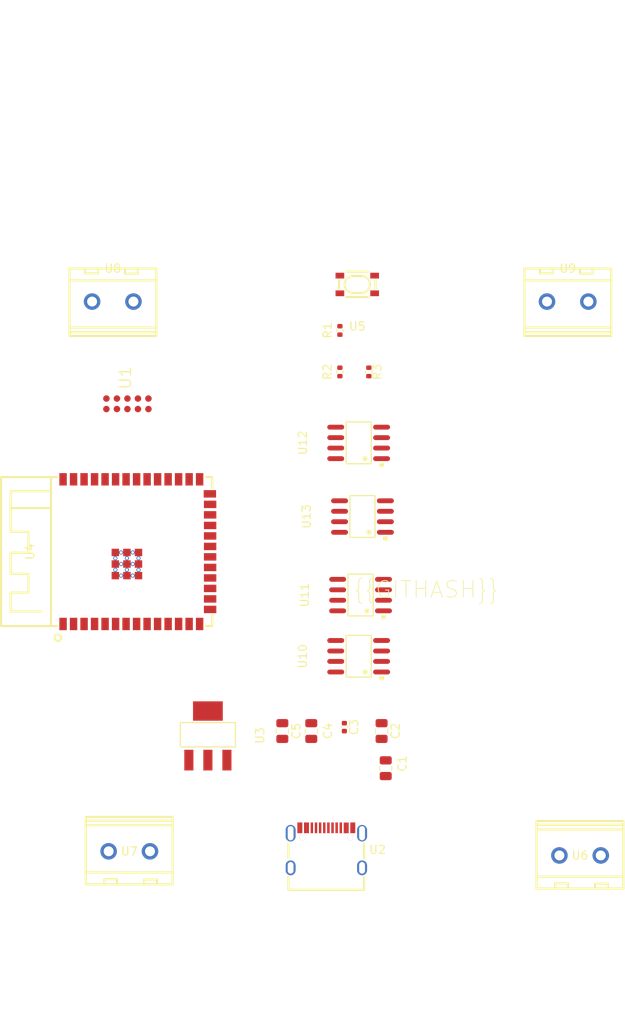
<source format=kicad_pcb>
(kicad_pcb (version 20240108) (generator "pcbnew") (generator_version "8.0")
  (layers (0 "F.Cu" signal) (31 "B.Cu" signal) (34 "B.Paste" user) (35 "F.Paste" user) (36 "B.SilkS" user "B.Silkscreen") (37 "F.SilkS" user "F.Silkscreen") (38 "B.Mask" user) (39 "F.Mask" user) (44 "Edge.Cuts" user))
  (net 0 "")
  (net 1 "io21")
  (net 2 "io10")
  (net 3 "io18")
  (net 4 "io46")
  (net 5 "tdi")
  (net 6 "gnd-1")
  (net 7 "rxd0")
  (net 8 "vcc-1")
  (net 9 "tck")
  (net 10 "io47")
  (net 11 "io0")
  (net 12 "txd0")
  (net 13 "io38")
  (net 14 "io6")
  (net 15 "io7")
  (net 16 "sck")
  (net 17 "io9")
  (net 18 "io1")
  (net 19 "micro.ic-cs-3")
  (net 20 "mosi")
  (net 21 "dp")
  (net 22 "micro.ic-cs-1")
  (net 23 "io3")
  (net 24 "io36")
  (net 25 "io2")
  (net 26 "tdo")
  (net 27 "io37")
  (net 28 "io48")
  (net 29 "io35")
  (net 30 "en")
  (net 31 "tms")
  (net 32 "io8")
  (net 33 "io14")
  (net 34 "dm")
  (net 35 "micro.ic-cs-2")
  (net 36 "io45")
  (net 37 "vcc")
  (net 38 "sub1")
  (net 39 "cc2")
  (net 40 "sub2")
  (net 41 "cc1")
  (net 42 "reset")
  (net 43 "connector3-_1")
  (net 44 "connector4-_1")
  (net 45 "io5")
  (net 46 "io4")
  (net 47 "micro.ic-cs")
  (net 48 "digi_pot1.pot-pw0")
  (net 49 "connector1-_1")
  (net 50 "digi_pot2.pot-pw0")
  (net 51 "connector2-_1")
  (net 52 "digi_pot3.pot-pw0")
  (net 53 "digi_pot4.pot-pw0")
  (footprint "lib:WIRELM-SMD_ESP32-S3-WROOM-1" (layer "F.Cu") (at 126.88 47.25 90)
    (property "Reference" "U4" (at 0 -12.89 90) (layer "F.SilkS"))
    (property "Value" "?")
    (fp_line (start 9 -16.39) (end -9 -16.39) (stroke (width 0.25)) (layer "F.SilkS"))
    (fp_line (start -9 -16.39) (end -9 -9.57) (stroke (width 0.25)) (layer "F.SilkS"))
    (fp_line (start 7.3 -15.23) (end 5.06 -15.23) (stroke (width 0.25)) (layer "F.SilkS"))
    (fp_line (start 5.27 -15.23) (end 2.41 -15.23) (stroke (width 0.25)) (layer "F.SilkS"))
    (fp_line (start 2.41 -15.23) (end 2.41 -13.08) (stroke (width 0.25)) (layer "F.SilkS"))
    (fp_line (start -0.13 -15.23) (end -2.67 -15.23) (stroke (width 0.25)) (layer "F.SilkS"))
    (fp_line (start -2.67 -15.23) (end -2.67 -13.08) (stroke (width 0.25)) (layer "F.SilkS"))
    (fp_line (start -4.95 -15.23) (end -7.24 -15.23) (stroke (width 0.25)) (layer "F.SilkS"))
    (fp_line (start -7.24 -15.23) (end -7.24 -11.55) (stroke (width 0.25)) (layer "F.SilkS"))
    (fp_line (start 2.41 -13.08) (end -0.13 -13.08) (stroke (width 0.25)) (layer "F.SilkS"))
    (fp_line (start -0.13 -13.08) (end -0.13 -15.23) (stroke (width 0.25)) (layer "F.SilkS"))
    (fp_line (start -2.67 -13.08) (end -4.95 -13.08) (stroke (width 0.25)) (layer "F.SilkS"))
    (fp_line (start -4.95 -13.08) (end -4.95 -15.23) (stroke (width 0.25)) (layer "F.SilkS"))
    (fp_line (start 7.3 -10.35) (end 7.3 -15.23) (stroke (width 0.25)) (layer "F.SilkS"))
    (fp_line (start 5.27 -10.35) (end 5.27 -15.23) (stroke (width 0.25)) (layer "F.SilkS"))
    (fp_line (start -9 -10.35) (end 9.02 -10.35) (stroke (width 0.25)) (layer "F.SilkS"))
    (fp_line (start 9.02 -9.57) (end 9.02 -16.38) (stroke (width 0.25)) (layer "F.SilkS"))
    (fp_line (start -9 8.3) (end -9 9.15) (stroke (width 0.25)) (layer "F.SilkS"))
    (fp_line (start 9.02 9.15) (end 9.02 8.3) (stroke (width 0.25)) (layer "F.SilkS"))
    (fp_line (start 7.67 9.15) (end 9.02 9.15) (stroke (width 0.25)) (layer "F.SilkS"))
    (fp_line (start -9 9.15) (end -7.67 9.15) (stroke (width 0.25)) (layer "F.SilkS"))
    (fp_circle (center -10.41 -9.52) (end -10.01 -9.52) (stroke (width 0.25)) (fill none) (layer "F.SilkS"))
    (pad "" thru_hole circle (at -2.9 -1.87 90) (size 0.5 0.5) (drill 0.3) (layers "*.Cu" "*.Paste" "*.Mask" "In1.Cu" "In2.Cu" "In3.Cu" "In4.Cu" "In5.Cu" "In6.Cu" "In7.Cu" "In8.Cu" "In9.Cu" "In10.Cu" "In11.Cu" "In12.Cu" "In13.Cu" "In14.Cu" "In15.Cu" "In16.Cu" "In17.Cu" "In18.Cu" "In19.Cu" "In20.Cu" "In21.Cu" "In22.Cu" "In23.Cu" "In24.Cu" "In25.Cu" "In26.Cu" "In27.Cu" "In28.Cu" "In29.Cu" "In30.Cu"))
    (pad "" thru_hole circle (at -2.9 -0.47 90) (size 0.5 0.5) (drill 0.3) (layers "*.Cu" "*.Paste" "*.Mask" "In1.Cu" "In2.Cu" "In3.Cu" "In4.Cu" "In5.Cu" "In6.Cu" "In7.Cu" "In8.Cu" "In9.Cu" "In10.Cu" "In11.Cu" "In12.Cu" "In13.Cu" "In14.Cu" "In15.Cu" "In16.Cu" "In17.Cu" "In18.Cu" "In19.Cu" "In20.Cu" "In21.Cu" "In22.Cu" "In23.Cu" "In24.Cu" "In25.Cu" "In26.Cu" "In27.Cu" "In28.Cu" "In29.Cu" "In30.Cu"))
    (pad "" thru_hole circle (at -2.2 -2.57 90) (size 0.5 0.5) (drill 0.3) (layers "*.Cu" "*.Paste" "*.Mask" "In1.Cu" "In2.Cu" "In3.Cu" "In4.Cu" "In5.Cu" "In6.Cu" "In7.Cu" "In8.Cu" "In9.Cu" "In10.Cu" "In11.Cu" "In12.Cu" "In13.Cu" "In14.Cu" "In15.Cu" "In16.Cu" "In17.Cu" "In18.Cu" "In19.Cu" "In20.Cu" "In21.Cu" "In22.Cu" "In23.Cu" "In24.Cu" "In25.Cu" "In26.Cu" "In27.Cu" "In28.Cu" "In29.Cu" "In30.Cu"))
    (pad "" thru_hole circle (at -2.2 -1.17 90) (size 0.5 0.5) (drill 0.3) (layers "*.Cu" "*.Paste" "*.Mask" "In1.Cu" "In2.Cu" "In3.Cu" "In4.Cu" "In5.Cu" "In6.Cu" "In7.Cu" "In8.Cu" "In9.Cu" "In10.Cu" "In11.Cu" "In12.Cu" "In13.Cu" "In14.Cu" "In15.Cu" "In16.Cu" "In17.Cu" "In18.Cu" "In19.Cu" "In20.Cu" "In21.Cu" "In22.Cu" "In23.Cu" "In24.Cu" "In25.Cu" "In26.Cu" "In27.Cu" "In28.Cu" "In29.Cu" "In30.Cu"))
    (pad "" thru_hole circle (at -2.2 0.23 90) (size 0.5 0.5) (drill 0.3) (layers "*.Cu" "*.Paste" "*.Mask" "In1.Cu" "In2.Cu" "In3.Cu" "In4.Cu" "In5.Cu" "In6.Cu" "In7.Cu" "In8.Cu" "In9.Cu" "In10.Cu" "In11.Cu" "In12.Cu" "In13.Cu" "In14.Cu" "In15.Cu" "In16.Cu" "In17.Cu" "In18.Cu" "In19.Cu" "In20.Cu" "In21.Cu" "In22.Cu" "In23.Cu" "In24.Cu" "In25.Cu" "In26.Cu" "In27.Cu" "In28.Cu" "In29.Cu" "In30.Cu"))
    (pad "" thru_hole circle (at -1.5 -1.87 90) (size 0.5 0.5) (drill 0.3) (layers "*.Cu" "*.Paste" "*.Mask" "In1.Cu" "In2.Cu" "In3.Cu" "In4.Cu" "In5.Cu" "In6.Cu" "In7.Cu" "In8.Cu" "In9.Cu" "In10.Cu" "In11.Cu" "In12.Cu" "In13.Cu" "In14.Cu" "In15.Cu" "In16.Cu" "In17.Cu" "In18.Cu" "In19.Cu" "In20.Cu" "In21.Cu" "In22.Cu" "In23.Cu" "In24.Cu" "In25.Cu" "In26.Cu" "In27.Cu" "In28.Cu" "In29.Cu" "In30.Cu"))
    (pad "" thru_hole circle (at -1.5 -0.47 90) (size 0.5 0.5) (drill 0.3) (layers "*.Cu" "*.Paste" "*.Mask" "In1.Cu" "In2.Cu" "In3.Cu" "In4.Cu" "In5.Cu" "In6.Cu" "In7.Cu" "In8.Cu" "In9.Cu" "In10.Cu" "In11.Cu" "In12.Cu" "In13.Cu" "In14.Cu" "In15.Cu" "In16.Cu" "In17.Cu" "In18.Cu" "In19.Cu" "In20.Cu" "In21.Cu" "In22.Cu" "In23.Cu" "In24.Cu" "In25.Cu" "In26.Cu" "In27.Cu" "In28.Cu" "In29.Cu" "In30.Cu"))
    (pad "" thru_hole circle (at -0.8 -2.57 90) (size 0.5 0.5) (drill 0.3) (layers "*.Cu" "*.Paste" "*.Mask" "In1.Cu" "In2.Cu" "In3.Cu" "In4.Cu" "In5.Cu" "In6.Cu" "In7.Cu" "In8.Cu" "In9.Cu" "In10.Cu" "In11.Cu" "In12.Cu" "In13.Cu" "In14.Cu" "In15.Cu" "In16.Cu" "In17.Cu" "In18.Cu" "In19.Cu" "In20.Cu" "In21.Cu" "In22.Cu" "In23.Cu" "In24.Cu" "In25.Cu" "In26.Cu" "In27.Cu" "In28.Cu" "In29.Cu" "In30.Cu"))
    (pad "" thru_hole circle (at -0.8 -1.17 90) (size 0.5 0.5) (drill 0.3) (layers "*.Cu" "*.Paste" "*.Mask" "In1.Cu" "In2.Cu" "In3.Cu" "In4.Cu" "In5.Cu" "In6.Cu" "In7.Cu" "In8.Cu" "In9.Cu" "In10.Cu" "In11.Cu" "In12.Cu" "In13.Cu" "In14.Cu" "In15.Cu" "In16.Cu" "In17.Cu" "In18.Cu" "In19.Cu" "In20.Cu" "In21.Cu" "In22.Cu" "In23.Cu" "In24.Cu" "In25.Cu" "In26.Cu" "In27.Cu" "In28.Cu" "In29.Cu" "In30.Cu"))
    (pad "" thru_hole circle (at -0.8 0.23 90) (size 0.5 0.5) (drill 0.3) (layers "*.Cu" "*.Paste" "*.Mask" "In1.Cu" "In2.Cu" "In3.Cu" "In4.Cu" "In5.Cu" "In6.Cu" "In7.Cu" "In8.Cu" "In9.Cu" "In10.Cu" "In11.Cu" "In12.Cu" "In13.Cu" "In14.Cu" "In15.Cu" "In16.Cu" "In17.Cu" "In18.Cu" "In19.Cu" "In20.Cu" "In21.Cu" "In22.Cu" "In23.Cu" "In24.Cu" "In25.Cu" "In26.Cu" "In27.Cu" "In28.Cu" "In29.Cu" "In30.Cu"))
    (pad "" thru_hole circle (at -0.1 -1.87 90) (size 0.5 0.5) (drill 0.3) (layers "*.Cu" "*.Paste" "*.Mask" "In1.Cu" "In2.Cu" "In3.Cu" "In4.Cu" "In5.Cu" "In6.Cu" "In7.Cu" "In8.Cu" "In9.Cu" "In10.Cu" "In11.Cu" "In12.Cu" "In13.Cu" "In14.Cu" "In15.Cu" "In16.Cu" "In17.Cu" "In18.Cu" "In19.Cu" "In20.Cu" "In21.Cu" "In22.Cu" "In23.Cu" "In24.Cu" "In25.Cu" "In26.Cu" "In27.Cu" "In28.Cu" "In29.Cu" "In30.Cu"))
    (pad "" thru_hole circle (at -0.1 -0.47 90) (size 0.5 0.5) (drill 0.3) (layers "*.Cu" "*.Paste" "*.Mask" "In1.Cu" "In2.Cu" "In3.Cu" "In4.Cu" "In5.Cu" "In6.Cu" "In7.Cu" "In8.Cu" "In9.Cu" "In10.Cu" "In11.Cu" "In12.Cu" "In13.Cu" "In14.Cu" "In15.Cu" "In16.Cu" "In17.Cu" "In18.Cu" "In19.Cu" "In20.Cu" "In21.Cu" "In22.Cu" "In23.Cu" "In24.Cu" "In25.Cu" "In26.Cu" "In27.Cu" "In28.Cu" "In29.Cu" "In30.Cu"))
    (pad "1" smd rect (at -8.75 -8.89 90) (size 1.5 0.9) (layers "F.Cu" "F.Paste" "F.Mask") (net 6 "gnd-1"))
    (pad "2" smd rect (at -8.75 -7.62 90) (size 1.5 0.9) (layers "F.Cu" "F.Paste" "F.Mask") (net 8 "vcc-1"))
    (pad "3" smd rect (at -8.75 -6.35 90) (size 1.5 0.9) (layers "F.Cu" "F.Paste" "F.Mask") (net 30 "en"))
    (pad "4" smd rect (at -8.75 -5.08 90) (size 1.5 0.9) (layers "F.Cu" "F.Paste" "F.Mask") (net 46 "io4"))
    (pad "5" smd rect (at -8.75 -3.81 90) (size 1.5 0.9) (layers "F.Cu" "F.Paste" "F.Mask") (net 45 "io5"))
    (pad "6" smd rect (at -8.75 -2.54 90) (size 1.5 0.9) (layers "F.Cu" "F.Paste" "F.Mask") (net 14 "io6"))
    (pad "7" smd rect (at -8.75 -1.27 90) (size 1.5 0.9) (layers "F.Cu" "F.Paste" "F.Mask") (net 15 "io7"))
    (pad "8" smd rect (at -8.75 0 90) (size 1.5 0.9) (layers "F.Cu" "F.Paste" "F.Mask") (net 19 "micro.ic-cs-3"))
    (pad "9" smd rect (at -8.75 1.27 90) (size 1.5 0.9) (layers "F.Cu" "F.Paste" "F.Mask") (net 35 "micro.ic-cs-2"))
    (pad "10" smd rect (at -8.75 2.54 90) (size 1.5 0.9) (layers "F.Cu" "F.Paste" "F.Mask") (net 22 "micro.ic-cs-1"))
    (pad "11" smd rect (at -8.75 3.81 90) (size 1.5 0.9) (layers "F.Cu" "F.Paste" "F.Mask") (net 3 "io18"))
    (pad "12" smd rect (at -8.75 5.08 90) (size 1.5 0.9) (layers "F.Cu" "F.Paste" "F.Mask") (net 32 "io8"))
    (pad "13" smd rect (at -8.75 6.35 90) (size 1.5 0.9) (layers "F.Cu" "F.Paste" "F.Mask") (net 34 "dm"))
    (pad "14" smd rect (at -8.75 7.62 90) (size 1.5 0.9) (layers "F.Cu" "F.Paste" "F.Mask") (net 21 "dp"))
    (pad "15" smd rect (at -6.99 8.89 180) (size 1.5 0.9) (layers "F.Cu" "F.Paste" "F.Mask") (net 23 "io3"))
    (pad "16" smd rect (at -5.72 8.89 180) (size 1.5 0.9) (layers "F.Cu" "F.Paste" "F.Mask") (net 4 "io46"))
    (pad "17" smd rect (at -4.45 8.89 180) (size 1.5 0.9) (layers "F.Cu" "F.Paste" "F.Mask") (net 17 "io9"))
    (pad "18" smd rect (at -3.18 8.89 180) (size 1.5 0.9) (layers "F.Cu" "F.Paste" "F.Mask") (net 2 "io10"))
    (pad "19" smd rect (at -1.91 8.89 180) (size 1.5 0.9) (layers "F.Cu" "F.Paste" "F.Mask") (net 47 "micro.ic-cs"))
    (pad "20" smd rect (at -0.63 8.89 180) (size 1.5 0.9) (layers "F.Cu" "F.Paste" "F.Mask") (net 16 "sck"))
    (pad "21" smd rect (at 0.63 8.89 180) (size 1.5 0.9) (layers "F.Cu" "F.Paste" "F.Mask") (net 20 "mosi"))
    (pad "22" smd rect (at 1.9 8.89 180) (size 1.5 0.9) (layers "F.Cu" "F.Paste" "F.Mask") (net 33 "io14"))
    (pad "23" smd rect (at 3.17 8.89 180) (size 1.5 0.9) (layers "F.Cu" "F.Paste" "F.Mask") (net 1 "io21"))
    (pad "24" smd rect (at 4.45 8.89 180) (size 1.5 0.9) (layers "F.Cu" "F.Paste" "F.Mask") (net 10 "io47"))
    (pad "25" smd rect (at 5.72 8.89 180) (size 1.5 0.9) (layers "F.Cu" "F.Paste" "F.Mask") (net 28 "io48"))
    (pad "26" smd rect (at 6.99 8.86 180) (size 1.5 0.9) (layers "F.Cu" "F.Paste" "F.Mask") (net 36 "io45"))
    (pad "27" smd rect (at 8.75 7.62 270) (size 1.5 0.9) (layers "F.Cu" "F.Paste" "F.Mask") (net 11 "io0"))
    (pad "28" smd rect (at 8.75 6.35 270) (size 1.5 0.9) (layers "F.Cu" "F.Paste" "F.Mask") (net 29 "io35"))
    (pad "29" smd rect (at 8.75 5.08 270) (size 1.5 0.9) (layers "F.Cu" "F.Paste" "F.Mask") (net 24 "io36"))
    (pad "30" smd rect (at 8.75 3.81 270) (size 1.5 0.9) (layers "F.Cu" "F.Paste" "F.Mask") (net 27 "io37"))
    (pad "31" smd rect (at 8.75 2.54 270) (size 1.5 0.9) (layers "F.Cu" "F.Paste" "F.Mask") (net 13 "io38"))
    (pad "32" smd rect (at 8.75 1.27 270) (size 1.5 0.9) (layers "F.Cu" "F.Paste" "F.Mask") (net 9 "tck"))
    (pad "33" smd rect (at 8.75 0 270) (size 1.5 0.9) (layers "F.Cu" "F.Paste" "F.Mask") (net 26 "tdo"))
    (pad "34" smd rect (at 8.75 -1.27 270) (size 1.5 0.9) (layers "F.Cu" "F.Paste" "F.Mask") (net 5 "tdi"))
    (pad "35" smd rect (at 8.75 -2.54 270) (size 1.5 0.9) (layers "F.Cu" "F.Paste" "F.Mask") (net 31 "tms"))
    (pad "36" smd rect (at 8.75 -3.81 270) (size 1.5 0.9) (layers "F.Cu" "F.Paste" "F.Mask") (net 7 "rxd0"))
    (pad "37" smd rect (at 8.75 -5.08 270) (size 1.5 0.9) (layers "F.Cu" "F.Paste" "F.Mask") (net 12 "txd0"))
    (pad "38" smd rect (at 8.75 -6.35 270) (size 1.5 0.9) (layers "F.Cu" "F.Paste" "F.Mask") (net 25 "io2"))
    (pad "39" smd rect (at 8.75 -7.62 270) (size 1.5 0.9) (layers "F.Cu" "F.Paste" "F.Mask") (net 18 "io1"))
    (pad "40" smd rect (at 8.75 -8.89 270) (size 1.5 0.9) (layers "F.Cu" "F.Paste" "F.Mask") (net 6 "gnd-1"))
    (pad "41" smd rect (at -2.9 -2.57 180) (size 0.9 0.9) (layers "F.Cu" "F.Paste" "F.Mask") (net 6 "gnd-1"))
    (pad "41" smd rect (at -2.9 -1.17 180) (size 0.9 0.9) (layers "F.Cu" "F.Paste" "F.Mask") (net 6 "gnd-1"))
    (pad "41" smd rect (at -2.9 0.23 180) (size 0.9 0.9) (layers "F.Cu" "F.Paste" "F.Mask") (net 6 "gnd-1"))
    (pad "41" smd rect (at -1.5 -2.57 180) (size 0.9 0.9) (layers "F.Cu" "F.Paste" "F.Mask") (net 6 "gnd-1"))
    (pad "41" smd rect (at -1.5 -1.17 180) (size 0.9 0.9) (layers "F.Cu" "F.Paste" "F.Mask") (net 6 "gnd-1"))
    (pad "41" smd rect (at -1.5 0.23 180) (size 0.9 0.9) (layers "F.Cu" "F.Paste" "F.Mask") (net 6 "gnd-1"))
    (pad "41" smd rect (at -0.1 -2.57 180) (size 0.9 0.9) (layers "F.Cu" "F.Paste" "F.Mask") (net 6 "gnd-1"))
    (pad "41" smd rect (at -0.1 -1.17 180) (size 0.9 0.9) (layers "F.Cu" "F.Paste" "F.Mask") (net 6 "gnd-1"))
    (pad "41" smd rect (at -0.1 0.23 180) (size 0.9 0.9) (layers "F.Cu" "F.Paste" "F.Mask") (net 6 "gnd-1"))
  )
  (footprint "lib:TAG-CONNECT_TC2050-IDC" (layer "F.Cu") (at 125.77 29.365)
    (property "Reference" "U1" (at -0.27 -3.135 90) (layer "F.SilkS") (effects (font (size 1.40248 1.40248))))
    (property "Value" "?")
    (pad "" np_thru_hole circle (at -3.81 0) (size 0.9906 0.9906) (drill 0.9906) (layers "*.Cu" "*.Mask" "In1.Cu" "In2.Cu" "In3.Cu" "In4.Cu" "In5.Cu" "In6.Cu" "In7.Cu" "In8.Cu" "In9.Cu" "In10.Cu" "In11.Cu" "In12.Cu" "In13.Cu" "In14.Cu" "In15.Cu" "In16.Cu" "In17.Cu" "In18.Cu" "In19.Cu" "In20.Cu" "In21.Cu" "In22.Cu" "In23.Cu" "In24.Cu" "In25.Cu" "In26.Cu" "In27.Cu" "In28.Cu" "In29.Cu" "In30.Cu"))
    (pad "" np_thru_hole circle (at 3.81 -1.015) (size 0.9906 0.9906) (drill 0.9906) (layers "*.Cu" "*.Mask" "In1.Cu" "In2.Cu" "In3.Cu" "In4.Cu" "In5.Cu" "In6.Cu" "In7.Cu" "In8.Cu" "In9.Cu" "In10.Cu" "In11.Cu" "In12.Cu" "In13.Cu" "In14.Cu" "In15.Cu" "In16.Cu" "In17.Cu" "In18.Cu" "In19.Cu" "In20.Cu" "In21.Cu" "In22.Cu" "In23.Cu" "In24.Cu" "In25.Cu" "In26.Cu" "In27.Cu" "In28.Cu" "In29.Cu" "In30.Cu"))
    (pad "" np_thru_hole circle (at 3.81 1.015) (size 0.9906 0.9906) (drill 0.9906) (layers "*.Cu" "*.Mask" "In1.Cu" "In2.Cu" "In3.Cu" "In4.Cu" "In5.Cu" "In6.Cu" "In7.Cu" "In8.Cu" "In9.Cu" "In10.Cu" "In11.Cu" "In12.Cu" "In13.Cu" "In14.Cu" "In15.Cu" "In16.Cu" "In17.Cu" "In18.Cu" "In19.Cu" "In20.Cu" "In21.Cu" "In22.Cu" "In23.Cu" "In24.Cu" "In25.Cu" "In26.Cu" "In27.Cu" "In28.Cu" "In29.Cu" "In30.Cu"))
    (pad "1" smd circle (at -2.54 0.635) (size 0.7874 0.7874) (layers "F.Cu" "F.Mask") (net 37 "vcc"))
    (pad "2" smd circle (at -1.27 0.635) (size 0.7874 0.7874) (layers "F.Cu" "F.Mask") (net 31 "tms"))
    (pad "3" smd circle (at 0 0.635) (size 0.7874 0.7874) (layers "F.Cu" "F.Mask") (net 6 "gnd-1"))
    (pad "4" smd circle (at 1.27 0.635) (size 0.7874 0.7874) (layers "F.Cu" "F.Mask") (net 9 "tck"))
    (pad "5" smd circle (at 2.54 0.635) (size 0.7874 0.7874) (layers "F.Cu" "F.Mask") (net 6 "gnd-1"))
    (pad "6" smd circle (at 2.54 -0.635 180) (size 0.7874 0.7874) (layers "F.Cu" "F.Mask") (net 26 "tdo"))
    (pad "7" smd circle (at 1.27 -0.635 180) (size 0.7874 0.7874) (layers "F.Cu" "F.Mask"))
    (pad "8" smd circle (at 0 -0.635 180) (size 0.7874 0.7874) (layers "F.Cu" "F.Mask") (net 5 "tdi"))
    (pad "9" smd circle (at -1.27 -0.635 180) (size 0.7874 0.7874) (layers "F.Cu" "F.Mask"))
    (pad "10" smd circle (at -2.54 -0.635 180) (size 0.7874 0.7874) (layers "F.Cu" "F.Mask") (net 42 "reset"))
  )
  (footprint "lib:KEY-SMD_4P-L4.2-W3.2-P2.20-LS4.6" (layer "F.Cu") (at 153.56 14.93 180)
    (property "Reference" "U5" (at 0 -5.07 360) (layer "F.SilkS"))
    (property "Value" "?")
    (fp_line (start 2.2 -0.54) (end 2.2 0.54) (stroke (width 0.25)) (layer "F.SilkS"))
    (fp_line (start 1.37 -1.52) (end -1.37 -1.52) (stroke (width 0.25)) (layer "F.SilkS"))
    (fp_line (start -0.51 1.02) (end 0.51 1.02) (stroke (width 0.25)) (layer "F.SilkS"))
    (fp_line (start -0.51 -1.02) (end 0.51 -1.02) (stroke (width 0.25)) (layer "F.SilkS"))
    (fp_line (start -1.38 1.55) (end 1.38 1.55) (stroke (width 0.25)) (layer "F.SilkS"))
    (fp_line (start -2.2 -0.54) (end -2.2 0.54) (stroke (width 0.25)) (layer "F.SilkS"))
    (fp_arc (start 0.51 -1.02) (mid 1.53 0) (end 0.51 1.02) (stroke (width 0.25)) (layer "F.SilkS"))
    (fp_arc (start -0.51 1.02) (mid -1.53 0) (end -0.51 -1.02) (stroke (width 0.25)) (layer "F.SilkS"))
    (pad "1" smd rect (at -2.1 -1.07 180) (size 1.05 0.7) (layers "F.Cu" "F.Paste" "F.Mask") (net 30 "en"))
    (pad "2" smd rect (at 2.1 -1.07 180) (size 1.05 0.7) (layers "F.Cu" "F.Paste" "F.Mask") (net 30 "en"))
    (pad "3" smd rect (at -2.1 1.07 180) (size 1.05 0.7) (layers "F.Cu" "F.Paste" "F.Mask") (net 6 "gnd-1"))
    (pad "4" smd rect (at 2.1 1.07 180) (size 1.05 0.7) (layers "F.Cu" "F.Paste" "F.Mask") (net 6 "gnd-1"))
  )
  (footprint "lib:SOIC-8_L4.9-W3.9-P1.27-LS6.0-BL" (layer "F.Cu") (at 153.73 34.09 90)
    (property "Reference" "U12" (at 0 -6.77 90) (layer "F.SilkS"))
    (property "Value" "?")
    (fp_line (start 2.53 -1.52) (end 2.53 1.52) (stroke (width 0.15)) (layer "F.SilkS"))
    (fp_line (start -2.53 -1.52) (end 2.53 -1.52) (stroke (width 0.15)) (layer "F.SilkS"))
    (fp_line (start 2.53 1.52) (end -2.53 1.52) (stroke (width 0.15)) (layer "F.SilkS"))
    (fp_line (start -2.53 1.52) (end -2.53 -1.52) (stroke (width 0.15)) (layer "F.SilkS"))
    (fp_circle (center -1.91 0.77) (end -1.76 0.77) (stroke (width 0.3)) (fill none) (layer "F.SilkS"))
    (fp_circle (center -2.65 2.77) (end -2.5 2.77) (stroke (width 0.3)) (fill none) (layer "F.SilkS"))
    (pad "1" smd oval (at -1.91 2.77 90) (size 0.59 2.05) (layers "F.Cu" "F.Paste" "F.Mask") (net 35 "micro.ic-cs-2"))
    (pad "2" smd oval (at -0.63 2.77 90) (size 0.59 2.05) (layers "F.Cu" "F.Paste" "F.Mask") (net 16 "sck"))
    (pad "3" smd oval (at 0.63 2.77 90) (size 0.59 2.05) (layers "F.Cu" "F.Paste" "F.Mask") (net 20 "mosi"))
    (pad "4" smd oval (at 1.9 2.77 90) (size 0.59 2.05) (layers "F.Cu" "F.Paste" "F.Mask") (net 6 "gnd-1"))
    (pad "5" smd oval (at 1.9 -2.77 90) (size 0.59 2.05) (layers "F.Cu" "F.Paste" "F.Mask") (net 8 "vcc-1"))
    (pad "6" smd oval (at 0.63 -2.77 90) (size 0.59 2.05) (layers "F.Cu" "F.Paste" "F.Mask") (net 52 "digi_pot3.pot-pw0"))
    (pad "7" smd oval (at -0.63 -2.77 90) (size 0.59 2.05) (layers "F.Cu" "F.Paste" "F.Mask") (net 43 "connector3-_1"))
    (pad "8" smd oval (at -1.91 -2.77 90) (size 0.59 2.05) (layers "F.Cu" "F.Paste" "F.Mask") (net 8 "vcc-1"))
  )
  (footprint "lib:R0402" (layer "F.Cu") (at 151.46 25.51 90)
    (property "Reference" "R2" (at 0.01 -1.5 90) (layer "F.SilkS"))
    (property "Value" "62.5mW Thick Film Resistors 50V ±100ppm/℃ ±1% 4.7kΩ 0402 Chip Resistor - Surface Mount ROHS")
    (fp_line (start -0.153641 -0.38) (end 0.153641 -0.38) (stroke (width 0.12)) (layer "F.SilkS"))
    (fp_line (start -0.153641 0.38) (end 0.153641 0.38) (stroke (width 0.12)) (layer "F.SilkS"))
    (pad "1" smd roundrect (at -0.51 0 90) (size 0.54 0.64) (layers "F.Cu" "F.Paste" "F.Mask") (net 39 "cc2"))
    (pad "2" smd roundrect (at 0.51 0 90) (size 0.54 0.64) (layers "F.Cu" "F.Paste" "F.Mask") (net 6 "gnd-1"))
  )
  (footprint "lib:SOIC-8_L4.9-W3.9-P1.27-LS6.0-BL" (layer "F.Cu") (at 153.73 59.9 90)
    (property "Reference" "U10" (at 0 -6.77 90) (layer "F.SilkS"))
    (property "Value" "?")
    (fp_line (start 2.53 -1.52) (end 2.53 1.52) (stroke (width 0.15)) (layer "F.SilkS"))
    (fp_line (start -2.53 -1.52) (end 2.53 -1.52) (stroke (width 0.15)) (layer "F.SilkS"))
    (fp_line (start 2.53 1.52) (end -2.53 1.52) (stroke (width 0.15)) (layer "F.SilkS"))
    (fp_line (start -2.53 1.52) (end -2.53 -1.52) (stroke (width 0.15)) (layer "F.SilkS"))
    (fp_circle (center -1.91 0.77) (end -1.76 0.77) (stroke (width 0.3)) (fill none) (layer "F.SilkS"))
    (fp_circle (center -2.65 2.77) (end -2.5 2.77) (stroke (width 0.3)) (fill none) (layer "F.SilkS"))
    (pad "1" smd oval (at -1.91 2.77 90) (size 0.59 2.05) (layers "F.Cu" "F.Paste" "F.Mask") (net 47 "micro.ic-cs"))
    (pad "2" smd oval (at -0.63 2.77 90) (size 0.59 2.05) (layers "F.Cu" "F.Paste" "F.Mask") (net 16 "sck"))
    (pad "3" smd oval (at 0.63 2.77 90) (size 0.59 2.05) (layers "F.Cu" "F.Paste" "F.Mask") (net 20 "mosi"))
    (pad "4" smd oval (at 1.9 2.77 90) (size 0.59 2.05) (layers "F.Cu" "F.Paste" "F.Mask") (net 6 "gnd-1"))
    (pad "5" smd oval (at 1.9 -2.77 90) (size 0.59 2.05) (layers "F.Cu" "F.Paste" "F.Mask") (net 8 "vcc-1"))
    (pad "6" smd oval (at 0.63 -2.77 90) (size 0.59 2.05) (layers "F.Cu" "F.Paste" "F.Mask") (net 48 "digi_pot1.pot-pw0"))
    (pad "7" smd oval (at -0.63 -2.77 90) (size 0.59 2.05) (layers "F.Cu" "F.Paste" "F.Mask") (net 49 "connector1-_1"))
    (pad "8" smd oval (at -1.91 -2.77 90) (size 0.59 2.05) (layers "F.Cu" "F.Paste" "F.Mask") (net 8 "vcc-1"))
  )
  (footprint "lib:C0805" (layer "F.Cu") (at 144.5 68.95 -90)
    (property "Reference" "C5" (at 0 -1.68 90) (layer "F.SilkS"))
    (property "Value" "25V 10uF X5R ±10% 0805 Multilayer Ceramic Capacitors MLCC - SMD/SMT ROHS")
    (fp_line (start -0.261252 0.735) (end 0.261252 0.735) (stroke (width 0.12)) (layer "F.SilkS"))
    (fp_line (start -0.261252 -0.735) (end 0.261252 -0.735) (stroke (width 0.12)) (layer "F.SilkS"))
    (pad "1" smd roundrect (at -0.95 0 270) (size 1 1.45) (layers "F.Cu" "F.Paste" "F.Mask") (net 8 "vcc-1"))
    (pad "2" smd roundrect (at 0.95 0 270) (size 1 1.45) (layers "F.Cu" "F.Paste" "F.Mask") (net 6 "gnd-1"))
  )
  (footprint "lib:CONN-TH_2P-P5.00_CPC3703CTR" (layer "F.Cu") (at 126 83.5 180)
    (property "Reference" "U7" (at 0 0 360) (layer "F.SilkS"))
    (property "Value" "?")
    (fp_line (start 5.27 -4) (end 5.27 4.1) (stroke (width 0.25)) (layer "F.SilkS"))
    (fp_line (start 3.01 -3.38) (end 3.01 -3.92) (stroke (width 0.25)) (layer "F.SilkS"))
    (fp_line (start 1.48 -3.38) (end 3.01 -3.38) (stroke (width 0.25)) (layer "F.SilkS"))
    (fp_line (start 1.48 -3.92) (end 1.48 -3.38) (stroke (width 0.25)) (layer "F.SilkS"))
    (fp_line (start -1.81 -3.41) (end -1.81 -3.95) (stroke (width 0.25)) (layer "F.SilkS"))
    (fp_line (start -3.34 -3.41) (end -1.81 -3.41) (stroke (width 0.25)) (layer "F.SilkS"))
    (fp_line (start -3.34 -3.95) (end -3.34 -3.41) (stroke (width 0.25)) (layer "F.SilkS"))
    (fp_line (start -5.23 4.16) (end 5.27 4.16) (stroke (width 0.25)) (layer "F.SilkS"))
    (fp_line (start -5.23 -4) (end -5.23 4.1) (stroke (width 0.25)) (layer "F.SilkS"))
    (fp_line (start -5.24 3.71) (end 5.26 3.71) (stroke (width 0.25)) (layer "F.SilkS"))
    (fp_line (start -5.24 3.14) (end 5.26 3.14) (stroke (width 0.25)) (layer "F.SilkS"))
    (fp_line (start -5.24 -2.56) (end 5.26 -2.56) (stroke (width 0.25)) (layer "F.SilkS"))
    (fp_line (start -5.24 -4) (end 5.26 -4) (stroke (width 0.25)) (layer "F.SilkS"))
    (pad "1" thru_hole circle (at -2.5 0 180) (size 2 2) (drill 1.199998) (layers "*.Cu" "*.Mask" "In1.Cu" "In2.Cu" "In3.Cu" "In4.Cu" "In5.Cu" "In6.Cu" "In7.Cu" "In8.Cu" "In9.Cu" "In10.Cu" "In11.Cu" "In12.Cu" "In13.Cu" "In14.Cu" "In15.Cu" "In16.Cu" "In17.Cu" "In18.Cu" "In19.Cu" "In20.Cu" "In21.Cu" "In22.Cu" "In23.Cu" "In24.Cu" "In25.Cu" "In26.Cu" "In27.Cu" "In28.Cu" "In29.Cu" "In30.Cu") (net 51 "connector2-_1"))
    (pad "2" thru_hole circle (at 2.5 0 180) (size 2 2) (drill 1.199998) (layers "*.Cu" "*.Mask" "In1.Cu" "In2.Cu" "In3.Cu" "In4.Cu" "In5.Cu" "In6.Cu" "In7.Cu" "In8.Cu" "In9.Cu" "In10.Cu" "In11.Cu" "In12.Cu" "In13.Cu" "In14.Cu" "In15.Cu" "In16.Cu" "In17.Cu" "In18.Cu" "In19.Cu" "In20.Cu" "In21.Cu" "In22.Cu" "In23.Cu" "In24.Cu" "In25.Cu" "In26.Cu" "In27.Cu" "In28.Cu" "In29.Cu" "In30.Cu") (net 6 "gnd-1"))
  )
  (footprint "lib:SOIC-8_L4.9-W3.9-P1.27-LS6.0-BL" (layer "F.Cu") (at 153.96 52.5 90)
    (property "Reference" "U11" (at 0 -6.77 90) (layer "F.SilkS"))
    (property "Value" "?")
    (fp_line (start 2.53 -1.52) (end 2.53 1.52) (stroke (width 0.15)) (layer "F.SilkS"))
    (fp_line (start -2.53 -1.52) (end 2.53 -1.52) (stroke (width 0.15)) (layer "F.SilkS"))
    (fp_line (start 2.53 1.52) (end -2.53 1.52) (stroke (width 0.15)) (layer "F.SilkS"))
    (fp_line (start -2.53 1.52) (end -2.53 -1.52) (stroke (width 0.15)) (layer "F.SilkS"))
    (fp_circle (center -1.91 0.77) (end -1.76 0.77) (stroke (width 0.3)) (fill none) (layer "F.SilkS"))
    (fp_circle (center -2.65 2.77) (end -2.5 2.77) (stroke (width 0.3)) (fill none) (layer "F.SilkS"))
    (pad "1" smd oval (at -1.91 2.77 90) (size 0.59 2.05) (layers "F.Cu" "F.Paste" "F.Mask") (net 19 "micro.ic-cs-3"))
    (pad "2" smd oval (at -0.63 2.77 90) (size 0.59 2.05) (layers "F.Cu" "F.Paste" "F.Mask") (net 16 "sck"))
    (pad "3" smd oval (at 0.63 2.77 90) (size 0.59 2.05) (layers "F.Cu" "F.Paste" "F.Mask") (net 20 "mosi"))
    (pad "4" smd oval (at 1.9 2.77 90) (size 0.59 2.05) (layers "F.Cu" "F.Paste" "F.Mask") (net 6 "gnd-1"))
    (pad "5" smd oval (at 1.9 -2.77 90) (size 0.59 2.05) (layers "F.Cu" "F.Paste" "F.Mask") (net 8 "vcc-1"))
    (pad "6" smd oval (at 0.63 -2.77 90) (size 0.59 2.05) (layers "F.Cu" "F.Paste" "F.Mask") (net 50 "digi_pot2.pot-pw0"))
    (pad "7" smd oval (at -0.63 -2.77 90) (size 0.59 2.05) (layers "F.Cu" "F.Paste" "F.Mask") (net 51 "connector2-_1"))
    (pad "8" smd oval (at -1.91 -2.77 90) (size 0.59 2.05) (layers "F.Cu" "F.Paste" "F.Mask") (net 8 "vcc-1"))
  )
  (footprint "lib:USB-C-SMD_KH-TYPE-C-16P" (layer "F.Cu") (at 149.82 83.08)
    (property "Reference" "U2" (at 6.18 0.23 0) (layer "F.SilkS"))
    (property "Value" "?")
    (fp_line (start -4.58 -0.57) (end -4.58 1.32) (stroke (width 0.25)) (layer "F.SilkS"))
    (fp_line (start -4.58 3.51) (end -4.58 5.08) (stroke (width 0.25)) (layer "F.SilkS"))
    (fp_line (start -4.58 5.08) (end 4.57 5.08) (stroke (width 0.25)) (layer "F.SilkS"))
    (fp_line (start 4.57 1.32) (end 4.57 -0.57) (stroke (width 0.25)) (layer "F.SilkS"))
    (fp_line (start 4.57 5.08) (end 4.57 3.51) (stroke (width 0.25)) (layer "F.SilkS"))
    (pad "" thru_hole circle (at -2.89 -1.23) (size 0.7 0.7) (drill 0.7) (layers "*.Cu" "*.Mask" "In1.Cu" "In2.Cu" "In3.Cu" "In4.Cu" "In5.Cu" "In6.Cu" "In7.Cu" "In8.Cu" "In9.Cu" "In10.Cu" "In11.Cu" "In12.Cu" "In13.Cu" "In14.Cu" "In15.Cu" "In16.Cu" "In17.Cu" "In18.Cu" "In19.Cu" "In20.Cu" "In21.Cu" "In22.Cu" "In23.Cu" "In24.Cu" "In25.Cu" "In26.Cu" "In27.Cu" "In28.Cu" "In29.Cu" "In30.Cu"))
    (pad "" thru_hole circle (at 2.89 -1.23) (size 0.7 0.7) (drill 0.7) (layers "*.Cu" "*.Mask" "In1.Cu" "In2.Cu" "In3.Cu" "In4.Cu" "In5.Cu" "In6.Cu" "In7.Cu" "In8.Cu" "In9.Cu" "In10.Cu" "In11.Cu" "In12.Cu" "In13.Cu" "In14.Cu" "In15.Cu" "In16.Cu" "In17.Cu" "In18.Cu" "In19.Cu" "In20.Cu" "In21.Cu" "In22.Cu" "In23.Cu" "In24.Cu" "In25.Cu" "In26.Cu" "In27.Cu" "In28.Cu" "In29.Cu" "In30.Cu"))
    (pad "1" thru_hole oval (at -4.32 -1.77) (size 1.2 2) (drill oval 0.700024 1.699997) (layers "*.Cu" "*.Mask" "In1.Cu" "In2.Cu" "In3.Cu" "In4.Cu" "In5.Cu" "In6.Cu" "In7.Cu" "In8.Cu" "In9.Cu" "In10.Cu" "In11.Cu" "In12.Cu" "In13.Cu" "In14.Cu" "In15.Cu" "In16.Cu" "In17.Cu" "In18.Cu" "In19.Cu" "In20.Cu" "In21.Cu" "In22.Cu" "In23.Cu" "In24.Cu" "In25.Cu" "In26.Cu" "In27.Cu" "In28.Cu" "In29.Cu" "In30.Cu") (net 6 "gnd-1"))
    (pad "2" thru_hole oval (at 4.32 -1.77) (size 1.2 2) (drill oval 0.700024 1.699997) (layers "*.Cu" "*.Mask" "In1.Cu" "In2.Cu" "In3.Cu" "In4.Cu" "In5.Cu" "In6.Cu" "In7.Cu" "In8.Cu" "In9.Cu" "In10.Cu" "In11.Cu" "In12.Cu" "In13.Cu" "In14.Cu" "In15.Cu" "In16.Cu" "In17.Cu" "In18.Cu" "In19.Cu" "In20.Cu" "In21.Cu" "In22.Cu" "In23.Cu" "In24.Cu" "In25.Cu" "In26.Cu" "In27.Cu" "In28.Cu" "In29.Cu" "In30.Cu") (net 6 "gnd-1"))
    (pad "3" thru_hole oval (at -4.32 2.42) (size 1.2 1.8) (drill oval 0.700024 1.399997) (layers "*.Cu" "*.Mask" "In1.Cu" "In2.Cu" "In3.Cu" "In4.Cu" "In5.Cu" "In6.Cu" "In7.Cu" "In8.Cu" "In9.Cu" "In10.Cu" "In11.Cu" "In12.Cu" "In13.Cu" "In14.Cu" "In15.Cu" "In16.Cu" "In17.Cu" "In18.Cu" "In19.Cu" "In20.Cu" "In21.Cu" "In22.Cu" "In23.Cu" "In24.Cu" "In25.Cu" "In26.Cu" "In27.Cu" "In28.Cu" "In29.Cu" "In30.Cu") (net 6 "gnd-1"))
    (pad "4" thru_hole oval (at 4.32 2.42) (size 1.2 1.8) (drill oval 0.700024 1.399997) (layers "*.Cu" "*.Mask" "In1.Cu" "In2.Cu" "In3.Cu" "In4.Cu" "In5.Cu" "In6.Cu" "In7.Cu" "In8.Cu" "In9.Cu" "In10.Cu" "In11.Cu" "In12.Cu" "In13.Cu" "In14.Cu" "In15.Cu" "In16.Cu" "In17.Cu" "In18.Cu" "In19.Cu" "In20.Cu" "In21.Cu" "In22.Cu" "In23.Cu" "In24.Cu" "In25.Cu" "In26.Cu" "In27.Cu" "In28.Cu" "In29.Cu" "In30.Cu") (net 6 "gnd-1"))
    (pad "A1" smd rect (at -3.35 -2.42) (size 0.3 1.3) (layers "F.Cu" "F.Paste" "F.Mask") (net 6 "gnd-1"))
    (pad "A4" smd rect (at -2.55 -2.42) (size 0.3 1.3) (layers "F.Cu" "F.Paste" "F.Mask") (net 37 "vcc"))
    (pad "A5" smd rect (at -1.25 -2.42) (size 0.3 1.3) (layers "F.Cu" "F.Paste" "F.Mask") (net 41 "cc1"))
    (pad "A6" smd rect (at -0.25 -2.42) (size 0.3 1.3) (layers "F.Cu" "F.Paste" "F.Mask") (net 21 "dp"))
    (pad "A7" smd rect (at 0.25 -2.42) (size 0.3 1.3) (layers "F.Cu" "F.Paste" "F.Mask") (net 34 "dm"))
    (pad "A8" smd rect (at 1.25 -2.42) (size 0.3 1.3) (layers "F.Cu" "F.Paste" "F.Mask") (net 38 "sub1"))
    (pad "A9" smd rect (at 2.55 -2.41) (size 0.3 1.3) (layers "F.Cu" "F.Paste" "F.Mask") (net 37 "vcc"))
    (pad "A12" smd rect (at 3.35 -2.42) (size 0.3 1.3) (layers "F.Cu" "F.Paste" "F.Mask") (net 6 "gnd-1"))
    (pad "B1" smd rect (at 3.05 -2.42) (size 0.3 1.3) (layers "F.Cu" "F.Paste" "F.Mask") (net 6 "gnd-1"))
    (pad "B4" smd rect (at 2.25 -2.41) (size 0.3 1.3) (layers "F.Cu" "F.Paste" "F.Mask") (net 37 "vcc"))
    (pad "B5" smd rect (at 1.75 -2.42) (size 0.3 1.3) (layers "F.Cu" "F.Paste" "F.Mask") (net 39 "cc2"))
    (pad "B6" smd rect (at 0.75 -2.42) (size 0.3 1.3) (layers "F.Cu" "F.Paste" "F.Mask") (net 21 "dp"))
    (pad "B7" smd rect (at -0.75 -2.42) (size 0.3 1.3) (layers "F.Cu" "F.Paste" "F.Mask") (net 34 "dm"))
    (pad "B8" smd rect (at -1.75 -2.42) (size 0.3 1.3) (layers "F.Cu" "F.Paste" "F.Mask") (net 40 "sub2"))
    (pad "B9" smd rect (at -2.25 -2.42) (size 0.3 1.3) (layers "F.Cu" "F.Paste" "F.Mask") (net 37 "vcc"))
    (pad "B12" smd rect (at -3.05 -2.42) (size 0.3 1.3) (layers "F.Cu" "F.Paste" "F.Mask") (net 6 "gnd-1"))
  )
  (footprint "lib:CONN-TH_2P-P5.00_CPC3703CTR" (layer "F.Cu") (at 124 17)
    (property "Reference" "U8" (at 0 -4 360) (layer "F.SilkS"))
    (property "Value" "?")
    (fp_line (start -5.24 -4) (end 5.26 -4) (stroke (width 0.25)) (layer "F.SilkS"))
    (fp_line (start -5.24 -2.56) (end 5.26 -2.56) (stroke (width 0.25)) (layer "F.SilkS"))
    (fp_line (start -5.24 3.14) (end 5.26 3.14) (stroke (width 0.25)) (layer "F.SilkS"))
    (fp_line (start -5.24 3.71) (end 5.26 3.71) (stroke (width 0.25)) (layer "F.SilkS"))
    (fp_line (start -5.23 -4) (end -5.23 4.1) (stroke (width 0.25)) (layer "F.SilkS"))
    (fp_line (start -5.23 4.16) (end 5.27 4.16) (stroke (width 0.25)) (layer "F.SilkS"))
    (fp_line (start -3.34 -3.95) (end -3.34 -3.41) (stroke (width 0.25)) (layer "F.SilkS"))
    (fp_line (start -3.34 -3.41) (end -1.81 -3.41) (stroke (width 0.25)) (layer "F.SilkS"))
    (fp_line (start -1.81 -3.41) (end -1.81 -3.95) (stroke (width 0.25)) (layer "F.SilkS"))
    (fp_line (start 1.48 -3.92) (end 1.48 -3.38) (stroke (width 0.25)) (layer "F.SilkS"))
    (fp_line (start 1.48 -3.38) (end 3.01 -3.38) (stroke (width 0.25)) (layer "F.SilkS"))
    (fp_line (start 3.01 -3.38) (end 3.01 -3.92) (stroke (width 0.25)) (layer "F.SilkS"))
    (fp_line (start 5.27 -4) (end 5.27 4.1) (stroke (width 0.25)) (layer "F.SilkS"))
    (pad "1" thru_hole circle (at -2.5 0) (size 2 2) (drill 1.199998) (layers "*.Cu" "*.Mask" "In1.Cu" "In2.Cu" "In3.Cu" "In4.Cu" "In5.Cu" "In6.Cu" "In7.Cu" "In8.Cu" "In9.Cu" "In10.Cu" "In11.Cu" "In12.Cu" "In13.Cu" "In14.Cu" "In15.Cu" "In16.Cu" "In17.Cu" "In18.Cu" "In19.Cu" "In20.Cu" "In21.Cu" "In22.Cu" "In23.Cu" "In24.Cu" "In25.Cu" "In26.Cu" "In27.Cu" "In28.Cu" "In29.Cu" "In30.Cu") (net 43 "connector3-_1"))
    (pad "2" thru_hole circle (at 2.5 0) (size 2 2) (drill 1.199998) (layers "*.Cu" "*.Mask" "In1.Cu" "In2.Cu" "In3.Cu" "In4.Cu" "In5.Cu" "In6.Cu" "In7.Cu" "In8.Cu" "In9.Cu" "In10.Cu" "In11.Cu" "In12.Cu" "In13.Cu" "In14.Cu" "In15.Cu" "In16.Cu" "In17.Cu" "In18.Cu" "In19.Cu" "In20.Cu" "In21.Cu" "In22.Cu" "In23.Cu" "In24.Cu" "In25.Cu" "In26.Cu" "In27.Cu" "In28.Cu" "In29.Cu" "In30.Cu") (net 6 "gnd-1"))
  )
  (footprint "lib:C0805" (layer "F.Cu") (at 156.5 68.95 -90)
    (property "Reference" "C2" (at 0 -1.68 90) (layer "F.SilkS"))
    (property "Value" "25V 10uF X5R ±10% 0805 Multilayer Ceramic Capacitors MLCC - SMD/SMT ROHS")
    (fp_line (start -0.261252 0.735) (end 0.261252 0.735) (stroke (width 0.12)) (layer "F.SilkS"))
    (fp_line (start -0.261252 -0.735) (end 0.261252 -0.735) (stroke (width 0.12)) (layer "F.SilkS"))
    (pad "1" smd roundrect (at -0.95 0 270) (size 1 1.45) (layers "F.Cu" "F.Paste" "F.Mask") (net 8 "vcc-1"))
    (pad "2" smd roundrect (at 0.95 0 270) (size 1 1.45) (layers "F.Cu" "F.Paste" "F.Mask") (net 6 "gnd-1"))
  )
  (footprint "lib:R0402" (layer "F.Cu") (at 151.46 20.49 90)
    (property "Reference" "R1" (at 0.01 -1.5 90) (layer "F.SilkS"))
    (property "Value" "62.5mW Thick Film Resistors 50V ±100ppm/℃ ±1% 4.7kΩ 0402 Chip Resistor - Surface Mount ROHS")
    (fp_line (start -0.153641 -0.38) (end 0.153641 -0.38) (stroke (width 0.12)) (layer "F.SilkS"))
    (fp_line (start -0.153641 0.38) (end 0.153641 0.38) (stroke (width 0.12)) (layer "F.SilkS"))
    (pad "1" smd roundrect (at -0.51 0 90) (size 0.54 0.64) (layers "F.Cu" "F.Paste" "F.Mask") (net 41 "cc1"))
    (pad "2" smd roundrect (at 0.51 0 90) (size 0.54 0.64) (layers "F.Cu" "F.Paste" "F.Mask") (net 6 "gnd-1"))
  )
  (footprint "lib:SOIC-8_L4.9-W3.9-P1.27-LS6.0-BL" (layer "F.Cu") (at 154.19 43 90)
    (property "Reference" "U13" (at 0 -6.77 90) (layer "F.SilkS"))
    (property "Value" "?")
    (fp_line (start 2.53 -1.52) (end 2.53 1.52) (stroke (width 0.15)) (layer "F.SilkS"))
    (fp_line (start -2.53 -1.52) (end 2.53 -1.52) (stroke (width 0.15)) (layer "F.SilkS"))
    (fp_line (start 2.53 1.52) (end -2.53 1.52) (stroke (width 0.15)) (layer "F.SilkS"))
    (fp_line (start -2.53 1.52) (end -2.53 -1.52) (stroke (width 0.15)) (layer "F.SilkS"))
    (fp_circle (center -1.91 0.77) (end -1.76 0.77) (stroke (width 0.3)) (fill none) (layer "F.SilkS"))
    (fp_circle (center -2.65 2.77) (end -2.5 2.77) (stroke (width 0.3)) (fill none) (layer "F.SilkS"))
    (pad "1" smd oval (at -1.91 2.77 90) (size 0.59 2.05) (layers "F.Cu" "F.Paste" "F.Mask") (net 22 "micro.ic-cs-1"))
    (pad "2" smd oval (at -0.63 2.77 90) (size 0.59 2.05) (layers "F.Cu" "F.Paste" "F.Mask") (net 16 "sck"))
    (pad "3" smd oval (at 0.63 2.77 90) (size 0.59 2.05) (layers "F.Cu" "F.Paste" "F.Mask") (net 20 "mosi"))
    (pad "4" smd oval (at 1.9 2.77 90) (size 0.59 2.05) (layers "F.Cu" "F.Paste" "F.Mask") (net 6 "gnd-1"))
    (pad "5" smd oval (at 1.9 -2.77 90) (size 0.59 2.05) (layers "F.Cu" "F.Paste" "F.Mask") (net 8 "vcc-1"))
    (pad "6" smd oval (at 0.63 -2.77 90) (size 0.59 2.05) (layers "F.Cu" "F.Paste" "F.Mask") (net 53 "digi_pot4.pot-pw0"))
    (pad "7" smd oval (at -0.63 -2.77 90) (size 0.59 2.05) (layers "F.Cu" "F.Paste" "F.Mask") (net 44 "connector4-_1"))
    (pad "8" smd oval (at -1.91 -2.77 90) (size 0.59 2.05) (layers "F.Cu" "F.Paste" "F.Mask") (net 8 "vcc-1"))
  )
  (footprint "lib:SOT-223-3_L6.5-W3.4-P2.30-LS7.0-BR" (layer "F.Cu") (at 135.5 69.5 -90)
    (property "Reference" "U3" (at 0 -6.3 90) (layer "F.SilkS"))
    (property "Value" "?")
    (fp_line (start -1.57 3.33) (end -1.57 -3.33) (stroke (width 0.15)) (layer "F.SilkS"))
    (fp_line (start 1.37 3.33) (end -1.57 3.33) (stroke (width 0.15)) (layer "F.SilkS"))
    (fp_line (start -1.57 -3.33) (end 1.37 -3.33) (stroke (width 0.15)) (layer "F.SilkS"))
    (fp_line (start 1.37 -3.33) (end 1.37 3.33) (stroke (width 0.15)) (layer "F.SilkS"))
    (pad "1" smd rect (at 2.97 2.3 270) (size 2.5 1.1) (layers "F.Cu" "F.Paste" "F.Mask") (net 6 "gnd-1"))
    (pad "2" smd rect (at 2.97 0 270) (size 2.5 1.1) (layers "F.Cu" "F.Paste" "F.Mask") (net 8 "vcc-1"))
    (pad "3" smd rect (at 2.97 -2.3 270) (size 2.5 1.1) (layers "F.Cu" "F.Paste" "F.Mask") (net 37 "vcc"))
    (pad "4" smd rect (at -2.97 0 270) (size 2.34 3.6) (layers "F.Cu" "F.Paste" "F.Mask") (net 8 "vcc-1"))
  )
  (footprint "lib:C0402" (layer "F.Cu") (at 152 68.48 -90)
    (property "Reference" "C3" (at 0 -1.16 90) (layer "F.SilkS"))
    (property "Value" "16V 100nF X7R ±10% 0402 Multilayer Ceramic Capacitors MLCC - SMD/SMT ROHS")
    (fp_line (start -0.107836 0.36) (end 0.107836 0.36) (stroke (width 0.12)) (layer "F.SilkS"))
    (fp_line (start -0.107836 -0.36) (end 0.107836 -0.36) (stroke (width 0.12)) (layer "F.SilkS"))
    (pad "1" smd roundrect (at -0.48 0 270) (size 0.56 0.62) (layers "F.Cu" "F.Paste" "F.Mask") (net 8 "vcc-1"))
    (pad "2" smd roundrect (at 0.48 0 270) (size 0.56 0.62) (layers "F.Cu" "F.Paste" "F.Mask") (net 6 "gnd-1"))
  )
  (footprint "lib:C0805" (layer "F.Cu") (at 148 68.95 -90)
    (property "Reference" "C4" (at 0 -2 90) (layer "F.SilkS"))
    (property "Value" "25V 10uF X5R ±10% 0805 Multilayer Ceramic Capacitors MLCC - SMD/SMT ROHS")
    (fp_line (start -0.261252 0.735) (end 0.261252 0.735) (stroke (width 0.12)) (layer "F.SilkS"))
    (fp_line (start -0.261252 -0.735) (end 0.261252 -0.735) (stroke (width 0.12)) (layer "F.SilkS"))
    (pad "1" smd roundrect (at -0.95 0 270) (size 1 1.45) (layers "F.Cu" "F.Paste" "F.Mask") (net 8 "vcc-1"))
    (pad "2" smd roundrect (at 0.95 0 270) (size 1 1.45) (layers "F.Cu" "F.Paste" "F.Mask") (net 6 "gnd-1"))
  )
  (footprint "lib:R0402" (layer "F.Cu") (at 154.96 25.51 90)
    (property "Reference" "R3" (at 0 1 90) (layer "F.SilkS"))
    (property "Value" "62.5mW Thick Film Resistors 50V ±100ppm/℃ ±1% 10kΩ 0402 Chip Resistor - Surface Mount ROHS")
    (fp_line (start -0.153641 -0.38) (end 0.153641 -0.38) (stroke (width 0.12)) (layer "F.SilkS"))
    (fp_line (start -0.153641 0.38) (end 0.153641 0.38) (stroke (width 0.12)) (layer "F.SilkS"))
    (pad "1" smd roundrect (at -0.51 0 90) (size 0.54 0.64) (layers "F.Cu" "F.Paste" "F.Mask") (net 8 "vcc-1"))
    (pad "2" smd roundrect (at 0.51 0 90) (size 0.54 0.64) (layers "F.Cu" "F.Paste" "F.Mask") (net 30 "en"))
  )
  (footprint "lib:CONN-TH_2P-P5.00_CPC3703CTR" (layer "F.Cu") (at 179 17)
    (property "Reference" "U9" (at 0 -4 360) (layer "F.SilkS"))
    (property "Value" "?")
    (fp_line (start -5.24 -4) (end 5.26 -4) (stroke (width 0.25)) (layer "F.SilkS"))
    (fp_line (start -5.24 -2.56) (end 5.26 -2.56) (stroke (width 0.25)) (layer "F.SilkS"))
    (fp_line (start -5.24 3.14) (end 5.26 3.14) (stroke (width 0.25)) (layer "F.SilkS"))
    (fp_line (start -5.24 3.71) (end 5.26 3.71) (stroke (width 0.25)) (layer "F.SilkS"))
    (fp_line (start -5.23 -4) (end -5.23 4.1) (stroke (width 0.25)) (layer "F.SilkS"))
    (fp_line (start -5.23 4.16) (end 5.27 4.16) (stroke (width 0.25)) (layer "F.SilkS"))
    (fp_line (start -3.34 -3.95) (end -3.34 -3.41) (stroke (width 0.25)) (layer "F.SilkS"))
    (fp_line (start -3.34 -3.41) (end -1.81 -3.41) (stroke (width 0.25)) (layer "F.SilkS"))
    (fp_line (start -1.81 -3.41) (end -1.81 -3.95) (stroke (width 0.25)) (layer "F.SilkS"))
    (fp_line (start 1.48 -3.92) (end 1.48 -3.38) (stroke (width 0.25)) (layer "F.SilkS"))
    (fp_line (start 1.48 -3.38) (end 3.01 -3.38) (stroke (width 0.25)) (layer "F.SilkS"))
    (fp_line (start 3.01 -3.38) (end 3.01 -3.92) (stroke (width 0.25)) (layer "F.SilkS"))
    (fp_line (start 5.27 -4) (end 5.27 4.1) (stroke (width 0.25)) (layer "F.SilkS"))
    (pad "1" thru_hole circle (at -2.5 0) (size 2 2) (drill 1.199998) (layers "*.Cu" "*.Mask" "In1.Cu" "In2.Cu" "In3.Cu" "In4.Cu" "In5.Cu" "In6.Cu" "In7.Cu" "In8.Cu" "In9.Cu" "In10.Cu" "In11.Cu" "In12.Cu" "In13.Cu" "In14.Cu" "In15.Cu" "In16.Cu" "In17.Cu" "In18.Cu" "In19.Cu" "In20.Cu" "In21.Cu" "In22.Cu" "In23.Cu" "In24.Cu" "In25.Cu" "In26.Cu" "In27.Cu" "In28.Cu" "In29.Cu" "In30.Cu") (net 44 "connector4-_1"))
    (pad "2" thru_hole circle (at 2.5 0) (size 2 2) (drill 1.199998) (layers "*.Cu" "*.Mask" "In1.Cu" "In2.Cu" "In3.Cu" "In4.Cu" "In5.Cu" "In6.Cu" "In7.Cu" "In8.Cu" "In9.Cu" "In10.Cu" "In11.Cu" "In12.Cu" "In13.Cu" "In14.Cu" "In15.Cu" "In16.Cu" "In17.Cu" "In18.Cu" "In19.Cu" "In20.Cu" "In21.Cu" "In22.Cu" "In23.Cu" "In24.Cu" "In25.Cu" "In26.Cu" "In27.Cu" "In28.Cu" "In29.Cu" "In30.Cu") (net 6 "gnd-1"))
  )
  (footprint "lib:CONN-TH_2P-P5.00_CPC3703CTR" (layer "F.Cu") (at 180.5 84 180)
    (property "Reference" "U6" (at 0 0 360) (layer "F.SilkS"))
    (property "Value" "?")
    (fp_line (start 5.27 -4) (end 5.27 4.1) (stroke (width 0.25)) (layer "F.SilkS"))
    (fp_line (start 3.01 -3.38) (end 3.01 -3.92) (stroke (width 0.25)) (layer "F.SilkS"))
    (fp_line (start 1.48 -3.38) (end 3.01 -3.38) (stroke (width 0.25)) (layer "F.SilkS"))
    (fp_line (start 1.48 -3.92) (end 1.48 -3.38) (stroke (width 0.25)) (layer "F.SilkS"))
    (fp_line (start -1.81 -3.41) (end -1.81 -3.95) (stroke (width 0.25)) (layer "F.SilkS"))
    (fp_line (start -3.34 -3.41) (end -1.81 -3.41) (stroke (width 0.25)) (layer "F.SilkS"))
    (fp_line (start -3.34 -3.95) (end -3.34 -3.41) (stroke (width 0.25)) (layer "F.SilkS"))
    (fp_line (start -5.23 4.16) (end 5.27 4.16) (stroke (width 0.25)) (layer "F.SilkS"))
    (fp_line (start -5.23 -4) (end -5.23 4.1) (stroke (width 0.25)) (layer "F.SilkS"))
    (fp_line (start -5.24 3.71) (end 5.26 3.71) (stroke (width 0.25)) (layer "F.SilkS"))
    (fp_line (start -5.24 3.14) (end 5.26 3.14) (stroke (width 0.25)) (layer "F.SilkS"))
    (fp_line (start -5.24 -2.56) (end 5.26 -2.56) (stroke (width 0.25)) (layer "F.SilkS"))
    (fp_line (start -5.24 -4) (end 5.26 -4) (stroke (width 0.25)) (layer "F.SilkS"))
    (pad "1" thru_hole circle (at -2.5 0 180) (size 2 2) (drill 1.199998) (layers "*.Cu" "*.Mask" "In1.Cu" "In2.Cu" "In3.Cu" "In4.Cu" "In5.Cu" "In6.Cu" "In7.Cu" "In8.Cu" "In9.Cu" "In10.Cu" "In11.Cu" "In12.Cu" "In13.Cu" "In14.Cu" "In15.Cu" "In16.Cu" "In17.Cu" "In18.Cu" "In19.Cu" "In20.Cu" "In21.Cu" "In22.Cu" "In23.Cu" "In24.Cu" "In25.Cu" "In26.Cu" "In27.Cu" "In28.Cu" "In29.Cu" "In30.Cu") (net 49 "connector1-_1"))
    (pad "2" thru_hole circle (at 2.5 0 180) (size 2 2) (drill 1.199998) (layers "*.Cu" "*.Mask" "In1.Cu" "In2.Cu" "In3.Cu" "In4.Cu" "In5.Cu" "In6.Cu" "In7.Cu" "In8.Cu" "In9.Cu" "In10.Cu" "In11.Cu" "In12.Cu" "In13.Cu" "In14.Cu" "In15.Cu" "In16.Cu" "In17.Cu" "In18.Cu" "In19.Cu" "In20.Cu" "In21.Cu" "In22.Cu" "In23.Cu" "In24.Cu" "In25.Cu" "In26.Cu" "In27.Cu" "In28.Cu" "In29.Cu" "In30.Cu") (net 6 "gnd-1"))
  )
  (footprint "lib:C0805" (layer "F.Cu") (at 157 73.45 90)
    (property "Reference" "C1" (at 0.55 2 90) (layer "F.SilkS"))
    (property "Value" "25V 10uF X5R ±10% 0805 Multilayer Ceramic Capacitors MLCC - SMD/SMT ROHS")
    (fp_line (start -0.261252 -0.735) (end 0.261252 -0.735) (stroke (width 0.12)) (layer "F.SilkS"))
    (fp_line (start -0.261252 0.735) (end 0.261252 0.735) (stroke (width 0.12)) (layer "F.SilkS"))
    (pad "1" smd roundrect (at -0.95 0 90) (size 1 1.45) (layers "F.Cu" "F.Paste" "F.Mask") (net 37 "vcc"))
    (pad "2" smd roundrect (at 0.95 0 90) (size 1 1.45) (layers "F.Cu" "F.Paste" "F.Mask") (net 6 "gnd-1"))
  )
  (gr_text "{{GITHASH}}" (at 153 53 0) (layer "F.SilkS") (effects (font (size 2 2) (thickness 0.1)) (justify left bottom)))
)
</source>
